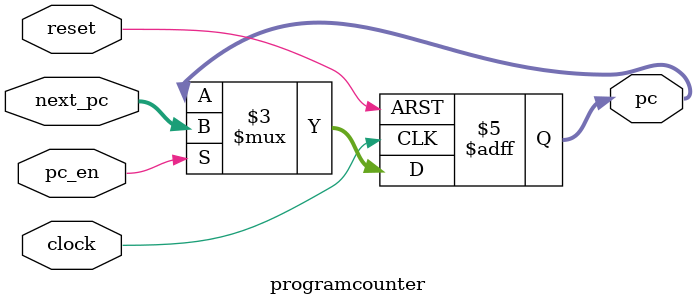
<source format=v>
module programcounter (
    input              clock,
    input              reset,    
    input      [31:0]  next_pc,
    input              pc_en,    
    output reg [31:0]  pc
);

    always @(posedge clock or posedge reset) begin
        if (reset) begin
            pc <= 32'b0;
        end 
        else if (pc_en) begin
            pc <= next_pc;
        end
        else begin
            pc <= pc;   
        end
    end

endmodule

</source>
